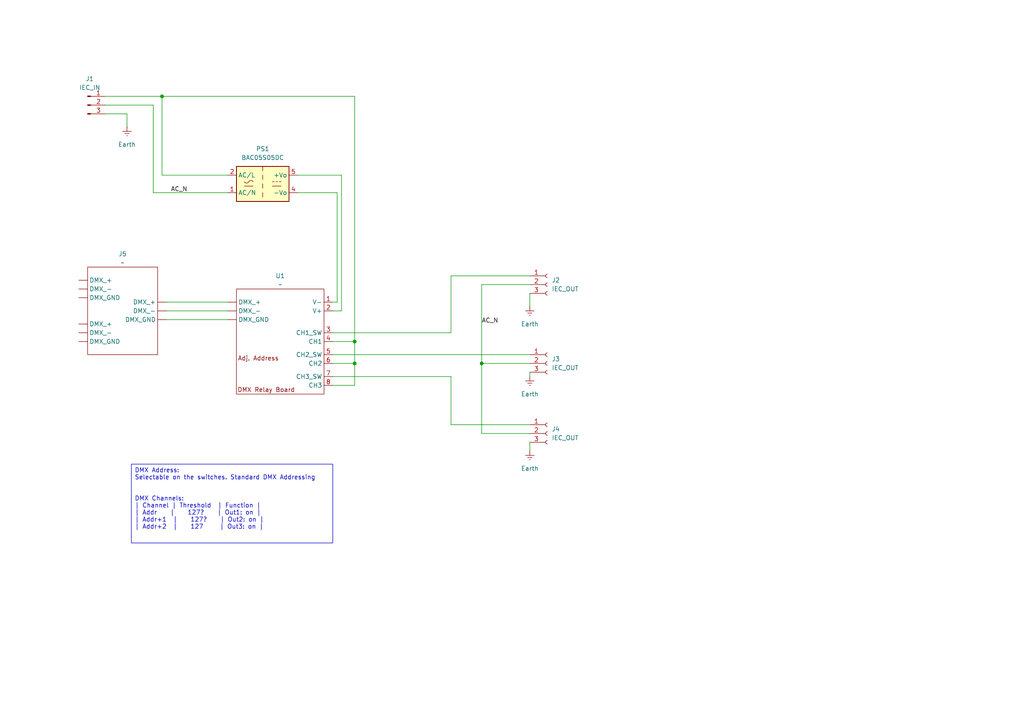
<source format=kicad_sch>
(kicad_sch (version 20231120) (generator "eeschema") (generator_version "8.0")
  (paper "A4")
  (lib_symbols
    (symbol "Connector:Conn_01x03_Pin" (pin_names (offset 1.016) hide)
      (property "Reference" "J" (at 0 5.08 0))
      (property "Value" "Conn_01x03_Pin" (at 0 -5.08 0))
      (symbol "Conn_01x03_Pin_1_1"
        (polyline (pts (xy 1.27 -2.54) (xy 0.8636 -2.54)) (stroke (width 0.1524)))
        (polyline (pts (xy 1.27 0) (xy 0.8636 0)) (stroke (width 0.1524)))
        (polyline (pts (xy 1.27 2.54) (xy 0.8636 2.54)) (stroke (width 0.1524)))
        (rectangle (start 0.8636 -2.413) (end 0 -2.667) (stroke (width 0.1524)) (fill (type outline)))
        (rectangle (start 0.8636 0.127) (end 0 -0.127) (stroke (width 0.1524)) (fill (type outline)))
        (rectangle (start 0.8636 2.667) (end 0 2.413) (stroke (width 0.1524)) (fill (type outline)))
        (pin passive line (at 5.08 2.54 180) (length 3.81) (name "Pin_1") (number "1"))
        (pin passive line (at 5.08 0 180) (length 3.81) (name "Pin_2") (number "2"))
        (pin passive line (at 5.08 -2.54 180) (length 3.81) (name "Pin_3") (number "3"))
      )
    )
    (symbol "Connector:Conn_01x03_Socket" (pin_names (offset 1.016) hide)
      (property "Reference" "J" (at 0 5.08 0))
      (property "Value" "Conn_01x03_Socket" (at 0 -5.08 0))
      (symbol "Conn_01x03_Socket_1_1"
        (arc (start 0 -2.032) (mid -0.5058 -2.54) (end 0 -3.048) (stroke (width 0.1524)))
        (polyline (pts (xy -1.27 -2.54) (xy -0.508 -2.54)) (stroke (width 0.1524)))
        (polyline (pts (xy -1.27 0) (xy -0.508 0)) (stroke (width 0.1524)))
        (polyline (pts (xy -1.27 2.54) (xy -0.508 2.54)) (stroke (width 0.1524)))
        (arc (start 0 0.508) (mid -0.5058 0) (end 0 -0.508) (stroke (width 0.1524)))
        (arc (start 0 3.048) (mid -0.5058 2.54) (end 0 2.032) (stroke (width 0.1524)))
        (pin passive line (at -5.08 2.54 0) (length 3.81) (name "Pin_1") (number "1"))
        (pin passive line (at -5.08 0 0) (length 3.81) (name "Pin_2") (number "2"))
        (pin passive line (at -5.08 -2.54 0) (length 3.81) (name "Pin_3") (number "3"))
      )
    )
    (symbol "Converter_ACDC:BAC05S05DC"
      (property "Reference" "PS" (at 0 6.35 0))
      (property "Value" "BAC05S05DC" (at 0 -6.35 0))
      (symbol "BAC05S05DC_0_1"
        (rectangle (start -7.62 5.08) (end 7.62 -5.08) (stroke (width 0.254)) (fill (type background)))
        (arc (start -5.334 0.635) (mid -4.699 0.2495) (end -4.064 0.635))
        (arc (start -2.794 0.635) (mid -3.429 1.0072) (end -4.064 0.635))
        (polyline (pts (xy -5.334 -0.635) (xy -2.794 -0.635)))
        (polyline (pts (xy 0 -2.54) (xy 0 -3.81)))
        (polyline (pts (xy 0 0) (xy 0 -1.27)))
        (polyline (pts (xy 0 2.54) (xy 0 1.27)))
        (polyline (pts (xy 0 5.08) (xy 0 3.81)))
        (polyline (pts (xy 2.794 -0.635) (xy 5.334 -0.635)))
        (polyline (pts (xy 2.794 0.635) (xy 3.302 0.635)))
        (polyline (pts (xy 3.81 0.635) (xy 4.318 0.635)))
        (polyline (pts (xy 4.826 0.635) (xy 5.334 0.635)))
      )
      (symbol "BAC05S05DC_1_1"
        (pin power_in line (at -10.16 -2.54 0) (length 2.54) (name "AC/N") (number "1"))
        (pin power_in line (at -10.16 2.54 0) (length 2.54) (name "AC/L") (number "2"))
        (pin no_connect line (at 7.62 0 180) (length 2.54) hide (name "NC") (number "3"))
        (pin power_out line (at 10.16 -2.54 180) (length 2.54) (name "-Vo") (number "4"))
        (pin power_out line (at 10.16 2.54 180) (length 2.54) (name "+Vo") (number "5"))
      )
    )
    (symbol "DMX_Relay:DMX_Connector_Board"
      (property "Reference" "J" (at -7.366 -27.432 0))
      (symbol "DMX_Connector_Board_0_1"
        (rectangle (start -7.62 12.7) (end 12.7 -12.7))
      )
      (symbol "DMX_Connector_Board_1_1"
        (pin passive line (at -10.16 -3.81 0) (length 2.54) (name "DMX_+") (number ""))
        (pin passive line (at -10.16 8.89 0) (length 2.54) (name "DMX_+") (number ""))
        (pin passive line (at 15.24 2.54 180) (length 2.54) (name "DMX_+") (number ""))
        (pin passive line (at -10.16 -6.35 0) (length 2.54) (name "DMX_-") (number ""))
        (pin passive line (at -10.16 6.35 0) (length 2.54) (name "DMX_-") (number ""))
        (pin passive line (at 15.24 0 180) (length 2.54) (name "DMX_-") (number ""))
        (pin passive line (at -10.16 -8.89 0) (length 2.54) (name "DMX_GND") (number ""))
        (pin passive line (at -10.16 3.81 0) (length 2.54) (name "DMX_GND") (number ""))
        (pin passive line (at 15.24 -2.54 180) (length 2.54) (name "DMX_GND") (number ""))
      )
    )
    (symbol "DMX_Relay:DMX_RELAY"
      (property "Reference" "U" (at -11.938 -16.51 0))
      (symbol "DMX_RELAY_0_1"
        (rectangle (start -12.7 15.24) (end 12.7 -15.24))
      )
      (symbol "DMX_RELAY_1_1"
        (text "Adj. Address" (at -6.35 -4.826 0) (effects (font (size 1.27 1.27))))
        (text "DMX Relay Board" (at -4.064 -13.97 0) (effects (font (size 1.27 1.27))))
        (pin input line (at -15.24 11.43 0) (length 2.54) (name "DMX_+") (number ""))
        (pin input line (at -15.24 8.89 0) (length 2.54) (name "DMX_-") (number ""))
        (pin input line (at -15.24 6.35 0) (length 2.54) (name "DMX_GND") (number ""))
        (pin power_in line (at 15.24 11.43 180) (length 2.54) (name "V-") (number "1"))
        (pin power_in line (at 15.24 8.89 180) (length 2.54) (name "V+") (number "2"))
        (pin output line (at 15.24 2.54 180) (length 2.54) (name "CH1_SW") (number "3"))
        (pin input line (at 15.24 0 180) (length 2.54) (name "CH1") (number "4"))
        (pin output line (at 15.24 -3.81 180) (length 2.54) (name "CH2_SW") (number "5"))
        (pin input line (at 15.24 -6.35 180) (length 2.54) (name "CH2") (number "6"))
        (pin output line (at 15.24 -10.16 180) (length 2.54) (name "CH3_SW") (number "7"))
        (pin input line (at 15.24 -12.7 180) (length 2.54) (name "CH3") (number "8"))
      )
    )
    (symbol "power:Earth" (power) (pin_numbers hide) (pin_names (offset 0) hide)
      (property "Value" "Earth" (at 0 -3.81 0))
      (symbol "Earth_0_1"
        (polyline (pts (xy -0.635 -1.905) (xy 0.635 -1.905)))
        (polyline (pts (xy -0.127 -2.54) (xy 0.127 -2.54)))
        (polyline (pts (xy 0 -1.27) (xy 0 0)))
        (polyline (pts (xy 1.27 -1.27) (xy -1.27 -1.27)))
      )
      (symbol "Earth_1_1"
        (pin power_in line (at 0 0 270) (length 0) (name "~") (number "1"))
      )
    )
  )
  (junction (at 102.87 105.41))
  (junction (at 102.87 99.06))
  (junction (at 139.7 105.41))
  (junction (at 46.99 27.94))
  (wire (pts (xy 130.81 109.22) (xy 130.81 123.19)))
  (wire (pts (xy 139.7 82.55) (xy 139.7 105.41)))
  (wire (pts (xy 139.7 125.73) (xy 153.67 125.73)))
  (wire (pts (xy 46.99 27.94) (xy 46.99 50.8)))
  (wire (pts (xy 99.06 50.8) (xy 99.06 90.17)))
  (wire (pts (xy 36.83 36.83) (xy 36.83 33.02)))
  (wire (pts (xy 130.81 123.19) (xy 153.67 123.19)))
  (wire (pts (xy 102.87 105.41) (xy 96.52 105.41)))
  (wire (pts (xy 102.87 27.94) (xy 102.87 99.06)))
  (wire (pts (xy 102.87 99.06) (xy 96.52 99.06)))
  (wire (pts (xy 96.52 109.22) (xy 130.81 109.22)))
  (wire (pts (xy 48.26 92.71) (xy 66.04 92.71)))
  (wire (pts (xy 97.79 87.63) (xy 96.52 87.63)))
  (wire (pts (xy 96.52 102.87) (xy 153.67 102.87)))
  (wire (pts (xy 102.87 111.76) (xy 96.52 111.76)))
  (wire (pts (xy 36.83 33.02) (xy 30.48 33.02)))
  (wire (pts (xy 46.99 27.94) (xy 102.87 27.94)))
  (wire (pts (xy 30.48 30.48) (xy 44.45 30.48)))
  (wire (pts (xy 102.87 99.06) (xy 102.87 105.41)))
  (wire (pts (xy 86.36 50.8) (xy 99.06 50.8)))
  (wire (pts (xy 44.45 30.48) (xy 44.45 55.88)))
  (wire (pts (xy 130.81 80.01) (xy 153.67 80.01)))
  (wire (pts (xy 139.7 82.55) (xy 153.67 82.55)))
  (wire (pts (xy 44.45 55.88) (xy 66.04 55.88)))
  (wire (pts (xy 153.67 105.41) (xy 139.7 105.41)))
  (wire (pts (xy 153.67 107.95) (xy 153.67 109.22)))
  (wire (pts (xy 97.79 55.88) (xy 97.79 87.63)))
  (wire (pts (xy 48.26 90.17) (xy 66.04 90.17)))
  (wire (pts (xy 153.67 128.27) (xy 153.67 130.81)))
  (wire (pts (xy 46.99 50.8) (xy 66.04 50.8)))
  (wire (pts (xy 102.87 105.41) (xy 102.87 111.76)))
  (wire (pts (xy 86.36 55.88) (xy 97.79 55.88)))
  (wire (pts (xy 48.26 87.63) (xy 66.04 87.63)))
  (wire (pts (xy 96.52 96.52) (xy 130.81 96.52)))
  (wire (pts (xy 130.81 96.52) (xy 130.81 80.01)))
  (wire (pts (xy 30.48 27.94) (xy 46.99 27.94)))
  (wire (pts (xy 139.7 105.41) (xy 139.7 125.73)))
  (wire (pts (xy 99.06 90.17) (xy 96.52 90.17)))
  (wire (pts (xy 153.67 85.09) (xy 153.67 88.9)))
  (text_box "DMX Address: \nSelectable on the switches. Standard DMX Addressing\n\n\nDMX Channels:\n| Channel | Threshold  | Function |\n| Addr    |    127?    | Out1: on |\n| Addr+1  |    127?    | Out2: on |\n| Addr+2  |    127     | Out3: on |" (at 38.1 134.62 0) (size 58.42 22.86) (effects (font (size 1.27 1.27)) (justify left top)))
  (label "AC_N" (at 49.53 55.88 0))
  (label "AC_N" (at 139.7 93.98 0))
  (symbol (lib_id "Connector:Conn_01x03_Pin") (at 25.4 30.48 0) (unit 1)
    (property "Reference" "J1" (at 26.035 22.86 0))
    (property "Value" "IEC_IN" (at 26.035 25.4 0))
    (property "Description" "Generic connector, single row, 01x03, script generated" (effects (hide yes)))
  )
  (symbol (lib_id "power:Earth") (at 153.67 88.9 0) (unit 1)
    (property "Reference" "#PWR02" (effects (hide yes)))
    (property "Value" "Earth" (at 153.67 93.98 0))
    (property "Description" "Power symbol creates a global label with name \"Earth\"" (effects (hide yes)))
  )
  (symbol (lib_id "Connector:Conn_01x03_Socket") (at 158.75 82.55 0) (unit 1)
    (property "Reference" "J2" (at 160.02 81.2799 0) (effects (justify left)))
    (property "Value" "IEC_OUT" (at 160.02 83.8199 0) (effects (justify left)))
    (property "Description" "Generic connector, single row, 01x03, script generated" (effects (hide yes)))
  )
  (symbol (lib_id "power:Earth") (at 36.83 36.83 0) (unit 1)
    (property "Reference" "#PWR01" (effects (hide yes)))
    (property "Value" "Earth" (at 36.83 41.91 0))
    (property "Description" "Power symbol creates a global label with name \"Earth\"" (effects (hide yes)))
  )
  (symbol (lib_id "DMX_Relay:DMX_RELAY") (at 81.28 99.06 0) (unit 1)
    (property "Reference" "U1" (at 81.28 80.01 0))
    (property "Value" "~" (at 81.28 82.55 0))
  )
  (symbol (lib_id "power:Earth") (at 153.67 109.22 0) (unit 1)
    (property "Reference" "#PWR03" (effects (hide yes)))
    (property "Value" "Earth" (at 153.67 114.3 0))
    (property "Description" "Power symbol creates a global label with name \"Earth\"" (effects (hide yes)))
  )
  (symbol (lib_id "Connector:Conn_01x03_Socket") (at 158.75 105.41 0) (unit 1)
    (property "Reference" "J3" (at 160.02 104.1399 0) (effects (justify left)))
    (property "Value" "IEC_OUT" (at 160.02 106.6799 0) (effects (justify left)))
    (property "Description" "Generic connector, single row, 01x03, script generated" (effects (hide yes)))
  )
  (symbol (lib_id "Connector:Conn_01x03_Socket") (at 158.75 125.73 0) (unit 1)
    (property "Reference" "J4" (at 160.02 124.4599 0) (effects (justify left)))
    (property "Value" "IEC_OUT" (at 160.02 126.9999 0) (effects (justify left)))
    (property "Description" "Generic connector, single row, 01x03, script generated" (effects (hide yes)))
  )
  (symbol (lib_id "DMX_Relay:DMX_Connector_Board") (at 33.02 90.17 0) (unit 1)
    (property "Reference" "J5" (at 35.56 73.66 0))
    (property "Value" "~" (at 35.56 76.2 0))
  )
  (symbol (lib_id "Converter_ACDC:BAC05S05DC") (at 76.2 53.34 0) (unit 1)
    (property "Reference" "PS1" (at 76.2 43.18 0))
    (property "Value" "BAC05S05DC" (at 76.2 45.72 0))
    (property "Footprint" "Converter_ACDC:Converter_ACDC_Murata_BAC05SxxDC_THT" (effects (hide yes)))
    (property "Datasheet" "https://www.murata.com/products/productdata/8809982558238/KAC-BAC05.pdf" (effects (hide yes)))
    (property "Description" "5V, 1A, 5W, Isolated, AC-DC" (effects (hide yes)))
  )
  (symbol (lib_id "power:Earth") (at 153.67 130.81 0) (unit 1)
    (property "Reference" "#PWR04" (effects (hide yes)))
    (property "Value" "Earth" (at 153.67 135.89 0))
    (property "Description" "Power symbol creates a global label with name \"Earth\"" (effects (hide yes)))
  )
)
</source>
